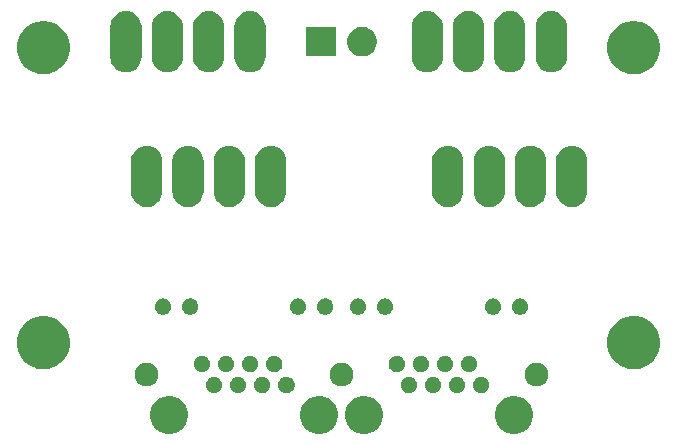
<source format=gbs>
G04 #@! TF.GenerationSoftware,KiCad,Pcbnew,(5.1.5)-3*
G04 #@! TF.CreationDate,2020-01-24T16:47:09+01:00*
G04 #@! TF.ProjectId,STMBLBreakout,53544d42-4c42-4726-9561-6b6f75742e6b,rev?*
G04 #@! TF.SameCoordinates,PX2faf080PY8f0d180*
G04 #@! TF.FileFunction,Soldermask,Bot*
G04 #@! TF.FilePolarity,Negative*
%FSLAX46Y46*%
G04 Gerber Fmt 4.6, Leading zero omitted, Abs format (unit mm)*
G04 Created by KiCad (PCBNEW (5.1.5)-3) date 2020-01-24 16:47:09*
%MOMM*%
%LPD*%
G04 APERTURE LIST*
%ADD10C,0.100000*%
G04 APERTURE END LIST*
D10*
G36*
X45046217Y5493335D02*
G01*
X45316995Y5439475D01*
X45608358Y5318788D01*
X45870578Y5143578D01*
X46093578Y4920578D01*
X46268788Y4658358D01*
X46389475Y4366995D01*
X46451000Y4057685D01*
X46451000Y3742315D01*
X46389475Y3433005D01*
X46268788Y3141642D01*
X46093578Y2879422D01*
X45870578Y2656422D01*
X45608358Y2481212D01*
X45316995Y2360525D01*
X45046217Y2306665D01*
X45007686Y2299000D01*
X44692314Y2299000D01*
X44653783Y2306665D01*
X44383005Y2360525D01*
X44091642Y2481212D01*
X43829422Y2656422D01*
X43606422Y2879422D01*
X43431212Y3141642D01*
X43310525Y3433005D01*
X43249000Y3742315D01*
X43249000Y4057685D01*
X43310525Y4366995D01*
X43431212Y4658358D01*
X43606422Y4920578D01*
X43829422Y5143578D01*
X44091642Y5318788D01*
X44383005Y5439475D01*
X44653783Y5493335D01*
X44692314Y5501000D01*
X45007686Y5501000D01*
X45046217Y5493335D01*
G37*
G36*
X15846217Y5493335D02*
G01*
X16116995Y5439475D01*
X16408358Y5318788D01*
X16670578Y5143578D01*
X16893578Y4920578D01*
X17068788Y4658358D01*
X17189475Y4366995D01*
X17251000Y4057685D01*
X17251000Y3742315D01*
X17189475Y3433005D01*
X17068788Y3141642D01*
X16893578Y2879422D01*
X16670578Y2656422D01*
X16408358Y2481212D01*
X16116995Y2360525D01*
X15846217Y2306665D01*
X15807686Y2299000D01*
X15492314Y2299000D01*
X15453783Y2306665D01*
X15183005Y2360525D01*
X14891642Y2481212D01*
X14629422Y2656422D01*
X14406422Y2879422D01*
X14231212Y3141642D01*
X14110525Y3433005D01*
X14049000Y3742315D01*
X14049000Y4057685D01*
X14110525Y4366995D01*
X14231212Y4658358D01*
X14406422Y4920578D01*
X14629422Y5143578D01*
X14891642Y5318788D01*
X15183005Y5439475D01*
X15453783Y5493335D01*
X15492314Y5501000D01*
X15807686Y5501000D01*
X15846217Y5493335D01*
G37*
G36*
X28546217Y5493335D02*
G01*
X28816995Y5439475D01*
X29108358Y5318788D01*
X29370578Y5143578D01*
X29593578Y4920578D01*
X29768788Y4658358D01*
X29889475Y4366995D01*
X29951000Y4057685D01*
X29951000Y3742315D01*
X29889475Y3433005D01*
X29768788Y3141642D01*
X29593578Y2879422D01*
X29370578Y2656422D01*
X29108358Y2481212D01*
X28816995Y2360525D01*
X28546217Y2306665D01*
X28507686Y2299000D01*
X28192314Y2299000D01*
X28153783Y2306665D01*
X27883005Y2360525D01*
X27591642Y2481212D01*
X27329422Y2656422D01*
X27106422Y2879422D01*
X26931212Y3141642D01*
X26810525Y3433005D01*
X26749000Y3742315D01*
X26749000Y4057685D01*
X26810525Y4366995D01*
X26931212Y4658358D01*
X27106422Y4920578D01*
X27329422Y5143578D01*
X27591642Y5318788D01*
X27883005Y5439475D01*
X28153783Y5493335D01*
X28192314Y5501000D01*
X28507686Y5501000D01*
X28546217Y5493335D01*
G37*
G36*
X32346217Y5493335D02*
G01*
X32616995Y5439475D01*
X32908358Y5318788D01*
X33170578Y5143578D01*
X33393578Y4920578D01*
X33568788Y4658358D01*
X33689475Y4366995D01*
X33751000Y4057685D01*
X33751000Y3742315D01*
X33689475Y3433005D01*
X33568788Y3141642D01*
X33393578Y2879422D01*
X33170578Y2656422D01*
X32908358Y2481212D01*
X32616995Y2360525D01*
X32346217Y2306665D01*
X32307686Y2299000D01*
X31992314Y2299000D01*
X31953783Y2306665D01*
X31683005Y2360525D01*
X31391642Y2481212D01*
X31129422Y2656422D01*
X30906422Y2879422D01*
X30731212Y3141642D01*
X30610525Y3433005D01*
X30549000Y3742315D01*
X30549000Y4057685D01*
X30610525Y4366995D01*
X30731212Y4658358D01*
X30906422Y4920578D01*
X31129422Y5143578D01*
X31391642Y5318788D01*
X31683005Y5439475D01*
X31953783Y5493335D01*
X31992314Y5501000D01*
X32307686Y5501000D01*
X32346217Y5493335D01*
G37*
G36*
X36154473Y7114062D02*
G01*
X36282049Y7061218D01*
X36396859Y6984505D01*
X36494505Y6886859D01*
X36571218Y6772049D01*
X36624062Y6644473D01*
X36651000Y6509044D01*
X36651000Y6370956D01*
X36624062Y6235527D01*
X36571218Y6107951D01*
X36494505Y5993141D01*
X36396859Y5895495D01*
X36282049Y5818782D01*
X36154473Y5765938D01*
X36019044Y5739000D01*
X35880956Y5739000D01*
X35745527Y5765938D01*
X35617951Y5818782D01*
X35503141Y5895495D01*
X35405495Y5993141D01*
X35328782Y6107951D01*
X35275938Y6235527D01*
X35249000Y6370956D01*
X35249000Y6509044D01*
X35275938Y6644473D01*
X35328782Y6772049D01*
X35405495Y6886859D01*
X35503141Y6984505D01*
X35617951Y7061218D01*
X35745527Y7114062D01*
X35880956Y7141000D01*
X36019044Y7141000D01*
X36154473Y7114062D01*
G37*
G36*
X42274473Y7114062D02*
G01*
X42402049Y7061218D01*
X42516859Y6984505D01*
X42614505Y6886859D01*
X42691218Y6772049D01*
X42744062Y6644473D01*
X42771000Y6509044D01*
X42771000Y6370956D01*
X42744062Y6235527D01*
X42691218Y6107951D01*
X42614505Y5993141D01*
X42516859Y5895495D01*
X42402049Y5818782D01*
X42274473Y5765938D01*
X42139044Y5739000D01*
X42000956Y5739000D01*
X41865527Y5765938D01*
X41737951Y5818782D01*
X41623141Y5895495D01*
X41525495Y5993141D01*
X41448782Y6107951D01*
X41395938Y6235527D01*
X41369000Y6370956D01*
X41369000Y6509044D01*
X41395938Y6644473D01*
X41448782Y6772049D01*
X41525495Y6886859D01*
X41623141Y6984505D01*
X41737951Y7061218D01*
X41865527Y7114062D01*
X42000956Y7141000D01*
X42139044Y7141000D01*
X42274473Y7114062D01*
G37*
G36*
X25774473Y7114062D02*
G01*
X25902049Y7061218D01*
X26016859Y6984505D01*
X26114505Y6886859D01*
X26191218Y6772049D01*
X26244062Y6644473D01*
X26271000Y6509044D01*
X26271000Y6370956D01*
X26244062Y6235527D01*
X26191218Y6107951D01*
X26114505Y5993141D01*
X26016859Y5895495D01*
X25902049Y5818782D01*
X25774473Y5765938D01*
X25639044Y5739000D01*
X25500956Y5739000D01*
X25365527Y5765938D01*
X25237951Y5818782D01*
X25123141Y5895495D01*
X25025495Y5993141D01*
X24948782Y6107951D01*
X24895938Y6235527D01*
X24869000Y6370956D01*
X24869000Y6509044D01*
X24895938Y6644473D01*
X24948782Y6772049D01*
X25025495Y6886859D01*
X25123141Y6984505D01*
X25237951Y7061218D01*
X25365527Y7114062D01*
X25500956Y7141000D01*
X25639044Y7141000D01*
X25774473Y7114062D01*
G37*
G36*
X23734473Y7114062D02*
G01*
X23862049Y7061218D01*
X23976859Y6984505D01*
X24074505Y6886859D01*
X24151218Y6772049D01*
X24204062Y6644473D01*
X24231000Y6509044D01*
X24231000Y6370956D01*
X24204062Y6235527D01*
X24151218Y6107951D01*
X24074505Y5993141D01*
X23976859Y5895495D01*
X23862049Y5818782D01*
X23734473Y5765938D01*
X23599044Y5739000D01*
X23460956Y5739000D01*
X23325527Y5765938D01*
X23197951Y5818782D01*
X23083141Y5895495D01*
X22985495Y5993141D01*
X22908782Y6107951D01*
X22855938Y6235527D01*
X22829000Y6370956D01*
X22829000Y6509044D01*
X22855938Y6644473D01*
X22908782Y6772049D01*
X22985495Y6886859D01*
X23083141Y6984505D01*
X23197951Y7061218D01*
X23325527Y7114062D01*
X23460956Y7141000D01*
X23599044Y7141000D01*
X23734473Y7114062D01*
G37*
G36*
X21694473Y7114062D02*
G01*
X21822049Y7061218D01*
X21936859Y6984505D01*
X22034505Y6886859D01*
X22111218Y6772049D01*
X22164062Y6644473D01*
X22191000Y6509044D01*
X22191000Y6370956D01*
X22164062Y6235527D01*
X22111218Y6107951D01*
X22034505Y5993141D01*
X21936859Y5895495D01*
X21822049Y5818782D01*
X21694473Y5765938D01*
X21559044Y5739000D01*
X21420956Y5739000D01*
X21285527Y5765938D01*
X21157951Y5818782D01*
X21043141Y5895495D01*
X20945495Y5993141D01*
X20868782Y6107951D01*
X20815938Y6235527D01*
X20789000Y6370956D01*
X20789000Y6509044D01*
X20815938Y6644473D01*
X20868782Y6772049D01*
X20945495Y6886859D01*
X21043141Y6984505D01*
X21157951Y7061218D01*
X21285527Y7114062D01*
X21420956Y7141000D01*
X21559044Y7141000D01*
X21694473Y7114062D01*
G37*
G36*
X38194473Y7114062D02*
G01*
X38322049Y7061218D01*
X38436859Y6984505D01*
X38534505Y6886859D01*
X38611218Y6772049D01*
X38664062Y6644473D01*
X38691000Y6509044D01*
X38691000Y6370956D01*
X38664062Y6235527D01*
X38611218Y6107951D01*
X38534505Y5993141D01*
X38436859Y5895495D01*
X38322049Y5818782D01*
X38194473Y5765938D01*
X38059044Y5739000D01*
X37920956Y5739000D01*
X37785527Y5765938D01*
X37657951Y5818782D01*
X37543141Y5895495D01*
X37445495Y5993141D01*
X37368782Y6107951D01*
X37315938Y6235527D01*
X37289000Y6370956D01*
X37289000Y6509044D01*
X37315938Y6644473D01*
X37368782Y6772049D01*
X37445495Y6886859D01*
X37543141Y6984505D01*
X37657951Y7061218D01*
X37785527Y7114062D01*
X37920956Y7141000D01*
X38059044Y7141000D01*
X38194473Y7114062D01*
G37*
G36*
X19654473Y7114062D02*
G01*
X19782049Y7061218D01*
X19896859Y6984505D01*
X19994505Y6886859D01*
X20071218Y6772049D01*
X20124062Y6644473D01*
X20151000Y6509044D01*
X20151000Y6370956D01*
X20124062Y6235527D01*
X20071218Y6107951D01*
X19994505Y5993141D01*
X19896859Y5895495D01*
X19782049Y5818782D01*
X19654473Y5765938D01*
X19519044Y5739000D01*
X19380956Y5739000D01*
X19245527Y5765938D01*
X19117951Y5818782D01*
X19003141Y5895495D01*
X18905495Y5993141D01*
X18828782Y6107951D01*
X18775938Y6235527D01*
X18749000Y6370956D01*
X18749000Y6509044D01*
X18775938Y6644473D01*
X18828782Y6772049D01*
X18905495Y6886859D01*
X19003141Y6984505D01*
X19117951Y7061218D01*
X19245527Y7114062D01*
X19380956Y7141000D01*
X19519044Y7141000D01*
X19654473Y7114062D01*
G37*
G36*
X40234473Y7114062D02*
G01*
X40362049Y7061218D01*
X40476859Y6984505D01*
X40574505Y6886859D01*
X40651218Y6772049D01*
X40704062Y6644473D01*
X40731000Y6509044D01*
X40731000Y6370956D01*
X40704062Y6235527D01*
X40651218Y6107951D01*
X40574505Y5993141D01*
X40476859Y5895495D01*
X40362049Y5818782D01*
X40234473Y5765938D01*
X40099044Y5739000D01*
X39960956Y5739000D01*
X39825527Y5765938D01*
X39697951Y5818782D01*
X39583141Y5895495D01*
X39485495Y5993141D01*
X39408782Y6107951D01*
X39355938Y6235527D01*
X39329000Y6370956D01*
X39329000Y6509044D01*
X39355938Y6644473D01*
X39408782Y6772049D01*
X39485495Y6886859D01*
X39583141Y6984505D01*
X39697951Y7061218D01*
X39825527Y7114062D01*
X39960956Y7141000D01*
X40099044Y7141000D01*
X40234473Y7114062D01*
G37*
G36*
X30445285Y8311766D02*
G01*
X30541981Y8292532D01*
X30724151Y8217074D01*
X30888100Y8107527D01*
X31027527Y7968100D01*
X31137074Y7804151D01*
X31212532Y7621981D01*
X31251000Y7428590D01*
X31251000Y7231410D01*
X31212532Y7038019D01*
X31137074Y6855849D01*
X31027527Y6691900D01*
X30888100Y6552473D01*
X30724151Y6442926D01*
X30541981Y6367468D01*
X30445285Y6348234D01*
X30348591Y6329000D01*
X30151409Y6329000D01*
X30054715Y6348234D01*
X29958019Y6367468D01*
X29775849Y6442926D01*
X29611900Y6552473D01*
X29472473Y6691900D01*
X29362926Y6855849D01*
X29287468Y7038019D01*
X29249000Y7231410D01*
X29249000Y7428590D01*
X29287468Y7621981D01*
X29362926Y7804151D01*
X29472473Y7968100D01*
X29611900Y8107527D01*
X29775849Y8217074D01*
X29958019Y8292532D01*
X30054715Y8311766D01*
X30151409Y8331000D01*
X30348591Y8331000D01*
X30445285Y8311766D01*
G37*
G36*
X13945285Y8311766D02*
G01*
X14041981Y8292532D01*
X14224151Y8217074D01*
X14388100Y8107527D01*
X14527527Y7968100D01*
X14637074Y7804151D01*
X14712532Y7621981D01*
X14751000Y7428590D01*
X14751000Y7231410D01*
X14712532Y7038019D01*
X14637074Y6855849D01*
X14527527Y6691900D01*
X14388100Y6552473D01*
X14224151Y6442926D01*
X14041981Y6367468D01*
X13945285Y6348234D01*
X13848591Y6329000D01*
X13651409Y6329000D01*
X13554715Y6348234D01*
X13458019Y6367468D01*
X13275849Y6442926D01*
X13111900Y6552473D01*
X12972473Y6691900D01*
X12862926Y6855849D01*
X12787468Y7038019D01*
X12749000Y7231410D01*
X12749000Y7428590D01*
X12787468Y7621981D01*
X12862926Y7804151D01*
X12972473Y7968100D01*
X13111900Y8107527D01*
X13275849Y8217074D01*
X13458019Y8292532D01*
X13554715Y8311766D01*
X13651409Y8331000D01*
X13848591Y8331000D01*
X13945285Y8311766D01*
G37*
G36*
X46945285Y8311766D02*
G01*
X47041981Y8292532D01*
X47224151Y8217074D01*
X47388100Y8107527D01*
X47527527Y7968100D01*
X47637074Y7804151D01*
X47712532Y7621981D01*
X47751000Y7428590D01*
X47751000Y7231410D01*
X47712532Y7038019D01*
X47637074Y6855849D01*
X47527527Y6691900D01*
X47388100Y6552473D01*
X47224151Y6442926D01*
X47041981Y6367468D01*
X46945285Y6348234D01*
X46848591Y6329000D01*
X46651409Y6329000D01*
X46554715Y6348234D01*
X46458019Y6367468D01*
X46275849Y6442926D01*
X46111900Y6552473D01*
X45972473Y6691900D01*
X45862926Y6855849D01*
X45787468Y7038019D01*
X45749000Y7231410D01*
X45749000Y7428590D01*
X45787468Y7621981D01*
X45862926Y7804151D01*
X45972473Y7968100D01*
X46111900Y8107527D01*
X46275849Y8217074D01*
X46458019Y8292532D01*
X46554715Y8311766D01*
X46651409Y8331000D01*
X46848591Y8331000D01*
X46945285Y8311766D01*
G37*
G36*
X41254473Y8894062D02*
G01*
X41382049Y8841218D01*
X41496859Y8764505D01*
X41594505Y8666859D01*
X41671218Y8552049D01*
X41724062Y8424473D01*
X41751000Y8289044D01*
X41751000Y8150956D01*
X41724062Y8015527D01*
X41671218Y7887951D01*
X41594505Y7773141D01*
X41496859Y7675495D01*
X41382049Y7598782D01*
X41254473Y7545938D01*
X41119044Y7519000D01*
X40980956Y7519000D01*
X40845527Y7545938D01*
X40717951Y7598782D01*
X40603141Y7675495D01*
X40505495Y7773141D01*
X40428782Y7887951D01*
X40375938Y8015527D01*
X40349000Y8150956D01*
X40349000Y8289044D01*
X40375938Y8424473D01*
X40428782Y8552049D01*
X40505495Y8666859D01*
X40603141Y8764505D01*
X40717951Y8841218D01*
X40845527Y8894062D01*
X40980956Y8921000D01*
X41119044Y8921000D01*
X41254473Y8894062D01*
G37*
G36*
X35134473Y8894062D02*
G01*
X35262049Y8841218D01*
X35376859Y8764505D01*
X35474505Y8666859D01*
X35551218Y8552049D01*
X35604062Y8424473D01*
X35631000Y8289044D01*
X35631000Y8150956D01*
X35604062Y8015527D01*
X35551218Y7887951D01*
X35474505Y7773141D01*
X35376859Y7675495D01*
X35262049Y7598782D01*
X35134473Y7545938D01*
X34999044Y7519000D01*
X34860956Y7519000D01*
X34725527Y7545938D01*
X34597951Y7598782D01*
X34483141Y7675495D01*
X34385495Y7773141D01*
X34308782Y7887951D01*
X34255938Y8015527D01*
X34229000Y8150956D01*
X34229000Y8289044D01*
X34255938Y8424473D01*
X34308782Y8552049D01*
X34385495Y8666859D01*
X34483141Y8764505D01*
X34597951Y8841218D01*
X34725527Y8894062D01*
X34860956Y8921000D01*
X34999044Y8921000D01*
X35134473Y8894062D01*
G37*
G36*
X37174473Y8894062D02*
G01*
X37302049Y8841218D01*
X37416859Y8764505D01*
X37514505Y8666859D01*
X37591218Y8552049D01*
X37644062Y8424473D01*
X37671000Y8289044D01*
X37671000Y8150956D01*
X37644062Y8015527D01*
X37591218Y7887951D01*
X37514505Y7773141D01*
X37416859Y7675495D01*
X37302049Y7598782D01*
X37174473Y7545938D01*
X37039044Y7519000D01*
X36900956Y7519000D01*
X36765527Y7545938D01*
X36637951Y7598782D01*
X36523141Y7675495D01*
X36425495Y7773141D01*
X36348782Y7887951D01*
X36295938Y8015527D01*
X36269000Y8150956D01*
X36269000Y8289044D01*
X36295938Y8424473D01*
X36348782Y8552049D01*
X36425495Y8666859D01*
X36523141Y8764505D01*
X36637951Y8841218D01*
X36765527Y8894062D01*
X36900956Y8921000D01*
X37039044Y8921000D01*
X37174473Y8894062D01*
G37*
G36*
X39214473Y8894062D02*
G01*
X39342049Y8841218D01*
X39456859Y8764505D01*
X39554505Y8666859D01*
X39631218Y8552049D01*
X39684062Y8424473D01*
X39711000Y8289044D01*
X39711000Y8150956D01*
X39684062Y8015527D01*
X39631218Y7887951D01*
X39554505Y7773141D01*
X39456859Y7675495D01*
X39342049Y7598782D01*
X39214473Y7545938D01*
X39079044Y7519000D01*
X38940956Y7519000D01*
X38805527Y7545938D01*
X38677951Y7598782D01*
X38563141Y7675495D01*
X38465495Y7773141D01*
X38388782Y7887951D01*
X38335938Y8015527D01*
X38309000Y8150956D01*
X38309000Y8289044D01*
X38335938Y8424473D01*
X38388782Y8552049D01*
X38465495Y8666859D01*
X38563141Y8764505D01*
X38677951Y8841218D01*
X38805527Y8894062D01*
X38940956Y8921000D01*
X39079044Y8921000D01*
X39214473Y8894062D01*
G37*
G36*
X20674473Y8894062D02*
G01*
X20802049Y8841218D01*
X20916859Y8764505D01*
X21014505Y8666859D01*
X21091218Y8552049D01*
X21144062Y8424473D01*
X21171000Y8289044D01*
X21171000Y8150956D01*
X21144062Y8015527D01*
X21091218Y7887951D01*
X21014505Y7773141D01*
X20916859Y7675495D01*
X20802049Y7598782D01*
X20674473Y7545938D01*
X20539044Y7519000D01*
X20400956Y7519000D01*
X20265527Y7545938D01*
X20137951Y7598782D01*
X20023141Y7675495D01*
X19925495Y7773141D01*
X19848782Y7887951D01*
X19795938Y8015527D01*
X19769000Y8150956D01*
X19769000Y8289044D01*
X19795938Y8424473D01*
X19848782Y8552049D01*
X19925495Y8666859D01*
X20023141Y8764505D01*
X20137951Y8841218D01*
X20265527Y8894062D01*
X20400956Y8921000D01*
X20539044Y8921000D01*
X20674473Y8894062D01*
G37*
G36*
X24754473Y8894062D02*
G01*
X24882049Y8841218D01*
X24996859Y8764505D01*
X25094505Y8666859D01*
X25171218Y8552049D01*
X25224062Y8424473D01*
X25251000Y8289044D01*
X25251000Y8150956D01*
X25224062Y8015527D01*
X25171218Y7887951D01*
X25094505Y7773141D01*
X24996859Y7675495D01*
X24882049Y7598782D01*
X24754473Y7545938D01*
X24619044Y7519000D01*
X24480956Y7519000D01*
X24345527Y7545938D01*
X24217951Y7598782D01*
X24103141Y7675495D01*
X24005495Y7773141D01*
X23928782Y7887951D01*
X23875938Y8015527D01*
X23849000Y8150956D01*
X23849000Y8289044D01*
X23875938Y8424473D01*
X23928782Y8552049D01*
X24005495Y8666859D01*
X24103141Y8764505D01*
X24217951Y8841218D01*
X24345527Y8894062D01*
X24480956Y8921000D01*
X24619044Y8921000D01*
X24754473Y8894062D01*
G37*
G36*
X22714473Y8894062D02*
G01*
X22842049Y8841218D01*
X22956859Y8764505D01*
X23054505Y8666859D01*
X23131218Y8552049D01*
X23184062Y8424473D01*
X23211000Y8289044D01*
X23211000Y8150956D01*
X23184062Y8015527D01*
X23131218Y7887951D01*
X23054505Y7773141D01*
X22956859Y7675495D01*
X22842049Y7598782D01*
X22714473Y7545938D01*
X22579044Y7519000D01*
X22440956Y7519000D01*
X22305527Y7545938D01*
X22177951Y7598782D01*
X22063141Y7675495D01*
X21965495Y7773141D01*
X21888782Y7887951D01*
X21835938Y8015527D01*
X21809000Y8150956D01*
X21809000Y8289044D01*
X21835938Y8424473D01*
X21888782Y8552049D01*
X21965495Y8666859D01*
X22063141Y8764505D01*
X22177951Y8841218D01*
X22305527Y8894062D01*
X22440956Y8921000D01*
X22579044Y8921000D01*
X22714473Y8894062D01*
G37*
G36*
X18634473Y8894062D02*
G01*
X18762049Y8841218D01*
X18876859Y8764505D01*
X18974505Y8666859D01*
X19051218Y8552049D01*
X19104062Y8424473D01*
X19131000Y8289044D01*
X19131000Y8150956D01*
X19104062Y8015527D01*
X19051218Y7887951D01*
X18974505Y7773141D01*
X18876859Y7675495D01*
X18762049Y7598782D01*
X18634473Y7545938D01*
X18499044Y7519000D01*
X18360956Y7519000D01*
X18225527Y7545938D01*
X18097951Y7598782D01*
X17983141Y7675495D01*
X17885495Y7773141D01*
X17808782Y7887951D01*
X17755938Y8015527D01*
X17729000Y8150956D01*
X17729000Y8289044D01*
X17755938Y8424473D01*
X17808782Y8552049D01*
X17885495Y8666859D01*
X17983141Y8764505D01*
X18097951Y8841218D01*
X18225527Y8894062D01*
X18360956Y8921000D01*
X18499044Y8921000D01*
X18634473Y8894062D01*
G37*
G36*
X5656301Y12163534D02*
G01*
X6065775Y11993924D01*
X6434292Y11747689D01*
X6747689Y11434292D01*
X6993924Y11065775D01*
X7163534Y10656301D01*
X7250000Y10221606D01*
X7250000Y9778394D01*
X7163534Y9343699D01*
X6993924Y8934225D01*
X6747689Y8565708D01*
X6434292Y8252311D01*
X6065775Y8006076D01*
X5656301Y7836466D01*
X5493842Y7804151D01*
X5221607Y7750000D01*
X4778393Y7750000D01*
X4506158Y7804151D01*
X4343699Y7836466D01*
X3934225Y8006076D01*
X3565708Y8252311D01*
X3252311Y8565708D01*
X3006076Y8934225D01*
X2836466Y9343699D01*
X2750000Y9778394D01*
X2750000Y10221606D01*
X2836466Y10656301D01*
X3006076Y11065775D01*
X3252311Y11434292D01*
X3565708Y11747689D01*
X3934225Y11993924D01*
X4343699Y12163534D01*
X4778393Y12250000D01*
X5221607Y12250000D01*
X5656301Y12163534D01*
G37*
G36*
X55656301Y12163534D02*
G01*
X56065775Y11993924D01*
X56434292Y11747689D01*
X56747689Y11434292D01*
X56993924Y11065775D01*
X57163534Y10656301D01*
X57250000Y10221606D01*
X57250000Y9778394D01*
X57163534Y9343699D01*
X56993924Y8934225D01*
X56747689Y8565708D01*
X56434292Y8252311D01*
X56065775Y8006076D01*
X55656301Y7836466D01*
X55493842Y7804151D01*
X55221607Y7750000D01*
X54778393Y7750000D01*
X54506158Y7804151D01*
X54343699Y7836466D01*
X53934225Y8006076D01*
X53565708Y8252311D01*
X53252311Y8565708D01*
X53006076Y8934225D01*
X52836466Y9343699D01*
X52750000Y9778394D01*
X52750000Y10221606D01*
X52836466Y10656301D01*
X53006076Y11065775D01*
X53252311Y11434292D01*
X53565708Y11747689D01*
X53934225Y11993924D01*
X54343699Y12163534D01*
X54778393Y12250000D01*
X55221607Y12250000D01*
X55656301Y12163534D01*
G37*
G36*
X45564473Y13754062D02*
G01*
X45692049Y13701218D01*
X45806859Y13624505D01*
X45904505Y13526859D01*
X45981218Y13412049D01*
X46034062Y13284473D01*
X46061000Y13149044D01*
X46061000Y13010956D01*
X46034062Y12875527D01*
X45981218Y12747951D01*
X45904505Y12633141D01*
X45806859Y12535495D01*
X45692049Y12458782D01*
X45564473Y12405938D01*
X45429044Y12379000D01*
X45290956Y12379000D01*
X45155527Y12405938D01*
X45027951Y12458782D01*
X44913141Y12535495D01*
X44815495Y12633141D01*
X44738782Y12747951D01*
X44685938Y12875527D01*
X44659000Y13010956D01*
X44659000Y13149044D01*
X44685938Y13284473D01*
X44738782Y13412049D01*
X44815495Y13526859D01*
X44913141Y13624505D01*
X45027951Y13701218D01*
X45155527Y13754062D01*
X45290956Y13781000D01*
X45429044Y13781000D01*
X45564473Y13754062D01*
G37*
G36*
X29064473Y13754062D02*
G01*
X29192049Y13701218D01*
X29306859Y13624505D01*
X29404505Y13526859D01*
X29481218Y13412049D01*
X29534062Y13284473D01*
X29561000Y13149044D01*
X29561000Y13010956D01*
X29534062Y12875527D01*
X29481218Y12747951D01*
X29404505Y12633141D01*
X29306859Y12535495D01*
X29192049Y12458782D01*
X29064473Y12405938D01*
X28929044Y12379000D01*
X28790956Y12379000D01*
X28655527Y12405938D01*
X28527951Y12458782D01*
X28413141Y12535495D01*
X28315495Y12633141D01*
X28238782Y12747951D01*
X28185938Y12875527D01*
X28159000Y13010956D01*
X28159000Y13149044D01*
X28185938Y13284473D01*
X28238782Y13412049D01*
X28315495Y13526859D01*
X28413141Y13624505D01*
X28527951Y13701218D01*
X28655527Y13754062D01*
X28790956Y13781000D01*
X28929044Y13781000D01*
X29064473Y13754062D01*
G37*
G36*
X26774473Y13754062D02*
G01*
X26902049Y13701218D01*
X27016859Y13624505D01*
X27114505Y13526859D01*
X27191218Y13412049D01*
X27244062Y13284473D01*
X27271000Y13149044D01*
X27271000Y13010956D01*
X27244062Y12875527D01*
X27191218Y12747951D01*
X27114505Y12633141D01*
X27016859Y12535495D01*
X26902049Y12458782D01*
X26774473Y12405938D01*
X26639044Y12379000D01*
X26500956Y12379000D01*
X26365527Y12405938D01*
X26237951Y12458782D01*
X26123141Y12535495D01*
X26025495Y12633141D01*
X25948782Y12747951D01*
X25895938Y12875527D01*
X25869000Y13010956D01*
X25869000Y13149044D01*
X25895938Y13284473D01*
X25948782Y13412049D01*
X26025495Y13526859D01*
X26123141Y13624505D01*
X26237951Y13701218D01*
X26365527Y13754062D01*
X26500956Y13781000D01*
X26639044Y13781000D01*
X26774473Y13754062D01*
G37*
G36*
X17634473Y13754062D02*
G01*
X17762049Y13701218D01*
X17876859Y13624505D01*
X17974505Y13526859D01*
X18051218Y13412049D01*
X18104062Y13284473D01*
X18131000Y13149044D01*
X18131000Y13010956D01*
X18104062Y12875527D01*
X18051218Y12747951D01*
X17974505Y12633141D01*
X17876859Y12535495D01*
X17762049Y12458782D01*
X17634473Y12405938D01*
X17499044Y12379000D01*
X17360956Y12379000D01*
X17225527Y12405938D01*
X17097951Y12458782D01*
X16983141Y12535495D01*
X16885495Y12633141D01*
X16808782Y12747951D01*
X16755938Y12875527D01*
X16729000Y13010956D01*
X16729000Y13149044D01*
X16755938Y13284473D01*
X16808782Y13412049D01*
X16885495Y13526859D01*
X16983141Y13624505D01*
X17097951Y13701218D01*
X17225527Y13754062D01*
X17360956Y13781000D01*
X17499044Y13781000D01*
X17634473Y13754062D01*
G37*
G36*
X43274473Y13754062D02*
G01*
X43402049Y13701218D01*
X43516859Y13624505D01*
X43614505Y13526859D01*
X43691218Y13412049D01*
X43744062Y13284473D01*
X43771000Y13149044D01*
X43771000Y13010956D01*
X43744062Y12875527D01*
X43691218Y12747951D01*
X43614505Y12633141D01*
X43516859Y12535495D01*
X43402049Y12458782D01*
X43274473Y12405938D01*
X43139044Y12379000D01*
X43000956Y12379000D01*
X42865527Y12405938D01*
X42737951Y12458782D01*
X42623141Y12535495D01*
X42525495Y12633141D01*
X42448782Y12747951D01*
X42395938Y12875527D01*
X42369000Y13010956D01*
X42369000Y13149044D01*
X42395938Y13284473D01*
X42448782Y13412049D01*
X42525495Y13526859D01*
X42623141Y13624505D01*
X42737951Y13701218D01*
X42865527Y13754062D01*
X43000956Y13781000D01*
X43139044Y13781000D01*
X43274473Y13754062D01*
G37*
G36*
X34134473Y13754062D02*
G01*
X34262049Y13701218D01*
X34376859Y13624505D01*
X34474505Y13526859D01*
X34551218Y13412049D01*
X34604062Y13284473D01*
X34631000Y13149044D01*
X34631000Y13010956D01*
X34604062Y12875527D01*
X34551218Y12747951D01*
X34474505Y12633141D01*
X34376859Y12535495D01*
X34262049Y12458782D01*
X34134473Y12405938D01*
X33999044Y12379000D01*
X33860956Y12379000D01*
X33725527Y12405938D01*
X33597951Y12458782D01*
X33483141Y12535495D01*
X33385495Y12633141D01*
X33308782Y12747951D01*
X33255938Y12875527D01*
X33229000Y13010956D01*
X33229000Y13149044D01*
X33255938Y13284473D01*
X33308782Y13412049D01*
X33385495Y13526859D01*
X33483141Y13624505D01*
X33597951Y13701218D01*
X33725527Y13754062D01*
X33860956Y13781000D01*
X33999044Y13781000D01*
X34134473Y13754062D01*
G37*
G36*
X31844473Y13754062D02*
G01*
X31972049Y13701218D01*
X32086859Y13624505D01*
X32184505Y13526859D01*
X32261218Y13412049D01*
X32314062Y13284473D01*
X32341000Y13149044D01*
X32341000Y13010956D01*
X32314062Y12875527D01*
X32261218Y12747951D01*
X32184505Y12633141D01*
X32086859Y12535495D01*
X31972049Y12458782D01*
X31844473Y12405938D01*
X31709044Y12379000D01*
X31570956Y12379000D01*
X31435527Y12405938D01*
X31307951Y12458782D01*
X31193141Y12535495D01*
X31095495Y12633141D01*
X31018782Y12747951D01*
X30965938Y12875527D01*
X30939000Y13010956D01*
X30939000Y13149044D01*
X30965938Y13284473D01*
X31018782Y13412049D01*
X31095495Y13526859D01*
X31193141Y13624505D01*
X31307951Y13701218D01*
X31435527Y13754062D01*
X31570956Y13781000D01*
X31709044Y13781000D01*
X31844473Y13754062D01*
G37*
G36*
X15344473Y13754062D02*
G01*
X15472049Y13701218D01*
X15586859Y13624505D01*
X15684505Y13526859D01*
X15761218Y13412049D01*
X15814062Y13284473D01*
X15841000Y13149044D01*
X15841000Y13010956D01*
X15814062Y12875527D01*
X15761218Y12747951D01*
X15684505Y12633141D01*
X15586859Y12535495D01*
X15472049Y12458782D01*
X15344473Y12405938D01*
X15209044Y12379000D01*
X15070956Y12379000D01*
X14935527Y12405938D01*
X14807951Y12458782D01*
X14693141Y12535495D01*
X14595495Y12633141D01*
X14518782Y12747951D01*
X14465938Y12875527D01*
X14439000Y13010956D01*
X14439000Y13149044D01*
X14465938Y13284473D01*
X14518782Y13412049D01*
X14595495Y13526859D01*
X14693141Y13624505D01*
X14807951Y13701218D01*
X14935527Y13754062D01*
X15070956Y13781000D01*
X15209044Y13781000D01*
X15344473Y13754062D01*
G37*
G36*
X14008961Y26671886D02*
G01*
X14257971Y26596349D01*
X14257973Y26596348D01*
X14487458Y26473686D01*
X14688608Y26308608D01*
X14853685Y26107459D01*
X14976349Y25877971D01*
X15051886Y25628961D01*
X15071000Y25434890D01*
X15071000Y22765110D01*
X15051886Y22571039D01*
X14976349Y22322030D01*
X14976348Y22322027D01*
X14853686Y22092541D01*
X14688607Y21891393D01*
X14487457Y21726314D01*
X14257972Y21603652D01*
X14257970Y21603651D01*
X14008960Y21528114D01*
X13750000Y21502609D01*
X13491039Y21528114D01*
X13242029Y21603651D01*
X13242027Y21603652D01*
X13012541Y21726314D01*
X12811393Y21891393D01*
X12646314Y22092543D01*
X12523652Y22322028D01*
X12523651Y22322030D01*
X12448114Y22571040D01*
X12429000Y22765111D01*
X12429001Y25434890D01*
X12448115Y25628961D01*
X12523652Y25877971D01*
X12646316Y26107459D01*
X12811393Y26308608D01*
X13012543Y26473686D01*
X13242028Y26596348D01*
X13242030Y26596349D01*
X13491040Y26671886D01*
X13750000Y26697391D01*
X14008961Y26671886D01*
G37*
G36*
X50008961Y26671886D02*
G01*
X50257971Y26596349D01*
X50257973Y26596348D01*
X50487458Y26473686D01*
X50688608Y26308608D01*
X50853685Y26107459D01*
X50976349Y25877971D01*
X51051886Y25628961D01*
X51071000Y25434890D01*
X51071000Y22765110D01*
X51051886Y22571039D01*
X50976349Y22322030D01*
X50976348Y22322027D01*
X50853686Y22092541D01*
X50688607Y21891393D01*
X50487457Y21726314D01*
X50257972Y21603652D01*
X50257970Y21603651D01*
X50008960Y21528114D01*
X49750000Y21502609D01*
X49491039Y21528114D01*
X49242029Y21603651D01*
X49242027Y21603652D01*
X49012541Y21726314D01*
X48811393Y21891393D01*
X48646314Y22092543D01*
X48523652Y22322028D01*
X48523651Y22322030D01*
X48448114Y22571040D01*
X48429000Y22765111D01*
X48429001Y25434890D01*
X48448115Y25628961D01*
X48523652Y25877971D01*
X48646316Y26107459D01*
X48811393Y26308608D01*
X49012543Y26473686D01*
X49242028Y26596348D01*
X49242030Y26596349D01*
X49491040Y26671886D01*
X49750000Y26697391D01*
X50008961Y26671886D01*
G37*
G36*
X17508961Y26671886D02*
G01*
X17757971Y26596349D01*
X17757973Y26596348D01*
X17987458Y26473686D01*
X18188608Y26308608D01*
X18353685Y26107459D01*
X18476349Y25877971D01*
X18551886Y25628961D01*
X18571000Y25434890D01*
X18571000Y22765110D01*
X18551886Y22571039D01*
X18476349Y22322030D01*
X18476348Y22322027D01*
X18353686Y22092541D01*
X18188607Y21891393D01*
X17987457Y21726314D01*
X17757972Y21603652D01*
X17757970Y21603651D01*
X17508960Y21528114D01*
X17250000Y21502609D01*
X16991039Y21528114D01*
X16742029Y21603651D01*
X16742027Y21603652D01*
X16512541Y21726314D01*
X16311393Y21891393D01*
X16146314Y22092543D01*
X16023652Y22322028D01*
X16023651Y22322030D01*
X15948114Y22571040D01*
X15929000Y22765111D01*
X15929001Y25434890D01*
X15948115Y25628961D01*
X16023652Y25877971D01*
X16146316Y26107459D01*
X16311393Y26308608D01*
X16512543Y26473686D01*
X16742028Y26596348D01*
X16742030Y26596349D01*
X16991040Y26671886D01*
X17250000Y26697391D01*
X17508961Y26671886D01*
G37*
G36*
X21008961Y26671886D02*
G01*
X21257971Y26596349D01*
X21257973Y26596348D01*
X21487458Y26473686D01*
X21688608Y26308608D01*
X21853685Y26107459D01*
X21976349Y25877971D01*
X22051886Y25628961D01*
X22071000Y25434890D01*
X22071000Y22765110D01*
X22051886Y22571039D01*
X21976349Y22322030D01*
X21976348Y22322027D01*
X21853686Y22092541D01*
X21688607Y21891393D01*
X21487457Y21726314D01*
X21257972Y21603652D01*
X21257970Y21603651D01*
X21008960Y21528114D01*
X20750000Y21502609D01*
X20491039Y21528114D01*
X20242029Y21603651D01*
X20242027Y21603652D01*
X20012541Y21726314D01*
X19811393Y21891393D01*
X19646314Y22092543D01*
X19523652Y22322028D01*
X19523651Y22322030D01*
X19448114Y22571040D01*
X19429000Y22765111D01*
X19429001Y25434890D01*
X19448115Y25628961D01*
X19523652Y25877971D01*
X19646316Y26107459D01*
X19811393Y26308608D01*
X20012543Y26473686D01*
X20242028Y26596348D01*
X20242030Y26596349D01*
X20491040Y26671886D01*
X20750000Y26697391D01*
X21008961Y26671886D01*
G37*
G36*
X24508961Y26671886D02*
G01*
X24757971Y26596349D01*
X24757973Y26596348D01*
X24987458Y26473686D01*
X25188608Y26308608D01*
X25353685Y26107459D01*
X25476349Y25877971D01*
X25551886Y25628961D01*
X25571000Y25434890D01*
X25571000Y22765110D01*
X25551886Y22571039D01*
X25476349Y22322030D01*
X25476348Y22322027D01*
X25353686Y22092541D01*
X25188607Y21891393D01*
X24987457Y21726314D01*
X24757972Y21603652D01*
X24757970Y21603651D01*
X24508960Y21528114D01*
X24250000Y21502609D01*
X23991039Y21528114D01*
X23742029Y21603651D01*
X23742027Y21603652D01*
X23512541Y21726314D01*
X23311393Y21891393D01*
X23146314Y22092543D01*
X23023652Y22322028D01*
X23023651Y22322030D01*
X22948114Y22571040D01*
X22929000Y22765111D01*
X22929001Y25434890D01*
X22948115Y25628961D01*
X23023652Y25877971D01*
X23146316Y26107459D01*
X23311393Y26308608D01*
X23512543Y26473686D01*
X23742028Y26596348D01*
X23742030Y26596349D01*
X23991040Y26671886D01*
X24250000Y26697391D01*
X24508961Y26671886D01*
G37*
G36*
X46508961Y26671886D02*
G01*
X46757971Y26596349D01*
X46757973Y26596348D01*
X46987458Y26473686D01*
X47188608Y26308608D01*
X47353685Y26107459D01*
X47476349Y25877971D01*
X47551886Y25628961D01*
X47571000Y25434890D01*
X47571000Y22765110D01*
X47551886Y22571039D01*
X47476349Y22322030D01*
X47476348Y22322027D01*
X47353686Y22092541D01*
X47188607Y21891393D01*
X46987457Y21726314D01*
X46757972Y21603652D01*
X46757970Y21603651D01*
X46508960Y21528114D01*
X46250000Y21502609D01*
X45991039Y21528114D01*
X45742029Y21603651D01*
X45742027Y21603652D01*
X45512541Y21726314D01*
X45311393Y21891393D01*
X45146314Y22092543D01*
X45023652Y22322028D01*
X45023651Y22322030D01*
X44948114Y22571040D01*
X44929000Y22765111D01*
X44929001Y25434890D01*
X44948115Y25628961D01*
X45023652Y25877971D01*
X45146316Y26107459D01*
X45311393Y26308608D01*
X45512543Y26473686D01*
X45742028Y26596348D01*
X45742030Y26596349D01*
X45991040Y26671886D01*
X46250000Y26697391D01*
X46508961Y26671886D01*
G37*
G36*
X43008961Y26671886D02*
G01*
X43257971Y26596349D01*
X43257973Y26596348D01*
X43487458Y26473686D01*
X43688608Y26308608D01*
X43853685Y26107459D01*
X43976349Y25877971D01*
X44051886Y25628961D01*
X44071000Y25434890D01*
X44071000Y22765110D01*
X44051886Y22571039D01*
X43976349Y22322030D01*
X43976348Y22322027D01*
X43853686Y22092541D01*
X43688607Y21891393D01*
X43487457Y21726314D01*
X43257972Y21603652D01*
X43257970Y21603651D01*
X43008960Y21528114D01*
X42750000Y21502609D01*
X42491039Y21528114D01*
X42242029Y21603651D01*
X42242027Y21603652D01*
X42012541Y21726314D01*
X41811393Y21891393D01*
X41646314Y22092543D01*
X41523652Y22322028D01*
X41523651Y22322030D01*
X41448114Y22571040D01*
X41429000Y22765111D01*
X41429001Y25434890D01*
X41448115Y25628961D01*
X41523652Y25877971D01*
X41646316Y26107459D01*
X41811393Y26308608D01*
X42012543Y26473686D01*
X42242028Y26596348D01*
X42242030Y26596349D01*
X42491040Y26671886D01*
X42750000Y26697391D01*
X43008961Y26671886D01*
G37*
G36*
X39508961Y26671886D02*
G01*
X39757971Y26596349D01*
X39757973Y26596348D01*
X39987458Y26473686D01*
X40188608Y26308608D01*
X40353685Y26107459D01*
X40476349Y25877971D01*
X40551886Y25628961D01*
X40571000Y25434890D01*
X40571000Y22765110D01*
X40551886Y22571039D01*
X40476349Y22322030D01*
X40476348Y22322027D01*
X40353686Y22092541D01*
X40188607Y21891393D01*
X39987457Y21726314D01*
X39757972Y21603652D01*
X39757970Y21603651D01*
X39508960Y21528114D01*
X39250000Y21502609D01*
X38991039Y21528114D01*
X38742029Y21603651D01*
X38742027Y21603652D01*
X38512541Y21726314D01*
X38311393Y21891393D01*
X38146314Y22092543D01*
X38023652Y22322028D01*
X38023651Y22322030D01*
X37948114Y22571040D01*
X37929000Y22765111D01*
X37929001Y25434890D01*
X37948115Y25628961D01*
X38023652Y25877971D01*
X38146316Y26107459D01*
X38311393Y26308608D01*
X38512543Y26473686D01*
X38742028Y26596348D01*
X38742030Y26596349D01*
X38991040Y26671886D01*
X39250000Y26697391D01*
X39508961Y26671886D01*
G37*
G36*
X5438953Y37206767D02*
G01*
X5656301Y37163534D01*
X6065775Y36993924D01*
X6434292Y36747689D01*
X6747689Y36434292D01*
X6993924Y36065775D01*
X7163534Y35656301D01*
X7250000Y35221606D01*
X7250000Y34778394D01*
X7163534Y34343699D01*
X6993924Y33934225D01*
X6747689Y33565708D01*
X6434292Y33252311D01*
X6065775Y33006076D01*
X5656301Y32836466D01*
X5438953Y32793233D01*
X5221607Y32750000D01*
X4778393Y32750000D01*
X4561047Y32793233D01*
X4343699Y32836466D01*
X3934225Y33006076D01*
X3565708Y33252311D01*
X3252311Y33565708D01*
X3006076Y33934225D01*
X2836466Y34343699D01*
X2750000Y34778394D01*
X2750000Y35221606D01*
X2836466Y35656301D01*
X3006076Y36065775D01*
X3252311Y36434292D01*
X3565708Y36747689D01*
X3934225Y36993924D01*
X4343699Y37163534D01*
X4561047Y37206767D01*
X4778393Y37250000D01*
X5221607Y37250000D01*
X5438953Y37206767D01*
G37*
G36*
X55438953Y37206767D02*
G01*
X55656301Y37163534D01*
X56065775Y36993924D01*
X56434292Y36747689D01*
X56747689Y36434292D01*
X56993924Y36065775D01*
X57163534Y35656301D01*
X57250000Y35221606D01*
X57250000Y34778394D01*
X57163534Y34343699D01*
X56993924Y33934225D01*
X56747689Y33565708D01*
X56434292Y33252311D01*
X56065775Y33006076D01*
X55656301Y32836466D01*
X55438953Y32793233D01*
X55221607Y32750000D01*
X54778393Y32750000D01*
X54561047Y32793233D01*
X54343699Y32836466D01*
X53934225Y33006076D01*
X53565708Y33252311D01*
X53252311Y33565708D01*
X53006076Y33934225D01*
X52836466Y34343699D01*
X52750000Y34778394D01*
X52750000Y35221606D01*
X52836466Y35656301D01*
X53006076Y36065775D01*
X53252311Y36434292D01*
X53565708Y36747689D01*
X53934225Y36993924D01*
X54343699Y37163534D01*
X54561047Y37206767D01*
X54778393Y37250000D01*
X55221607Y37250000D01*
X55438953Y37206767D01*
G37*
G36*
X41258961Y38071886D02*
G01*
X41507971Y37996349D01*
X41507973Y37996348D01*
X41737458Y37873686D01*
X41938608Y37708608D01*
X42103685Y37507459D01*
X42226349Y37277971D01*
X42301886Y37028961D01*
X42321000Y36834890D01*
X42321000Y34165110D01*
X42301886Y33971039D01*
X42226349Y33722030D01*
X42226348Y33722027D01*
X42103686Y33492541D01*
X41938607Y33291393D01*
X41737457Y33126314D01*
X41512507Y33006076D01*
X41507970Y33003651D01*
X41258960Y32928114D01*
X41000000Y32902609D01*
X40741039Y32928114D01*
X40492029Y33003651D01*
X40487492Y33006076D01*
X40262541Y33126314D01*
X40061393Y33291393D01*
X39896314Y33492543D01*
X39773652Y33722028D01*
X39709282Y33934225D01*
X39698114Y33971040D01*
X39679000Y34165111D01*
X39679001Y36834890D01*
X39698115Y37028961D01*
X39773652Y37277971D01*
X39896316Y37507459D01*
X40061393Y37708608D01*
X40262543Y37873686D01*
X40492028Y37996348D01*
X40492030Y37996349D01*
X40741040Y38071886D01*
X41000000Y38097391D01*
X41258961Y38071886D01*
G37*
G36*
X48258961Y38071886D02*
G01*
X48507971Y37996349D01*
X48507973Y37996348D01*
X48737458Y37873686D01*
X48938608Y37708608D01*
X49103685Y37507459D01*
X49226349Y37277971D01*
X49301886Y37028961D01*
X49321000Y36834890D01*
X49321000Y34165110D01*
X49301886Y33971039D01*
X49226349Y33722030D01*
X49226348Y33722027D01*
X49103686Y33492541D01*
X48938607Y33291393D01*
X48737457Y33126314D01*
X48512507Y33006076D01*
X48507970Y33003651D01*
X48258960Y32928114D01*
X48000000Y32902609D01*
X47741039Y32928114D01*
X47492029Y33003651D01*
X47487492Y33006076D01*
X47262541Y33126314D01*
X47061393Y33291393D01*
X46896314Y33492543D01*
X46773652Y33722028D01*
X46709282Y33934225D01*
X46698114Y33971040D01*
X46679000Y34165111D01*
X46679001Y36834890D01*
X46698115Y37028961D01*
X46773652Y37277971D01*
X46896316Y37507459D01*
X47061393Y37708608D01*
X47262543Y37873686D01*
X47492028Y37996348D01*
X47492030Y37996349D01*
X47741040Y38071886D01*
X48000000Y38097391D01*
X48258961Y38071886D01*
G37*
G36*
X37758961Y38071886D02*
G01*
X38007971Y37996349D01*
X38007973Y37996348D01*
X38237458Y37873686D01*
X38438608Y37708608D01*
X38603685Y37507459D01*
X38726349Y37277971D01*
X38801886Y37028961D01*
X38821000Y36834890D01*
X38821000Y34165110D01*
X38801886Y33971039D01*
X38726349Y33722030D01*
X38726348Y33722027D01*
X38603686Y33492541D01*
X38438607Y33291393D01*
X38237457Y33126314D01*
X38012507Y33006076D01*
X38007970Y33003651D01*
X37758960Y32928114D01*
X37500000Y32902609D01*
X37241039Y32928114D01*
X36992029Y33003651D01*
X36987492Y33006076D01*
X36762541Y33126314D01*
X36561393Y33291393D01*
X36396314Y33492543D01*
X36273652Y33722028D01*
X36209282Y33934225D01*
X36198114Y33971040D01*
X36179000Y34165111D01*
X36179001Y36834890D01*
X36198115Y37028961D01*
X36273652Y37277971D01*
X36396316Y37507459D01*
X36561393Y37708608D01*
X36762543Y37873686D01*
X36992028Y37996348D01*
X36992030Y37996349D01*
X37241040Y38071886D01*
X37500000Y38097391D01*
X37758961Y38071886D01*
G37*
G36*
X44758961Y38071886D02*
G01*
X45007971Y37996349D01*
X45007973Y37996348D01*
X45237458Y37873686D01*
X45438608Y37708608D01*
X45603685Y37507459D01*
X45726349Y37277971D01*
X45801886Y37028961D01*
X45821000Y36834890D01*
X45821000Y34165110D01*
X45801886Y33971039D01*
X45726349Y33722030D01*
X45726348Y33722027D01*
X45603686Y33492541D01*
X45438607Y33291393D01*
X45237457Y33126314D01*
X45012507Y33006076D01*
X45007970Y33003651D01*
X44758960Y32928114D01*
X44500000Y32902609D01*
X44241039Y32928114D01*
X43992029Y33003651D01*
X43987492Y33006076D01*
X43762541Y33126314D01*
X43561393Y33291393D01*
X43396314Y33492543D01*
X43273652Y33722028D01*
X43209282Y33934225D01*
X43198114Y33971040D01*
X43179000Y34165111D01*
X43179001Y36834890D01*
X43198115Y37028961D01*
X43273652Y37277971D01*
X43396316Y37507459D01*
X43561393Y37708608D01*
X43762543Y37873686D01*
X43992028Y37996348D01*
X43992030Y37996349D01*
X44241040Y38071886D01*
X44500000Y38097391D01*
X44758961Y38071886D01*
G37*
G36*
X15758961Y38071886D02*
G01*
X16007971Y37996349D01*
X16007973Y37996348D01*
X16237458Y37873686D01*
X16438608Y37708608D01*
X16603685Y37507459D01*
X16726349Y37277971D01*
X16801886Y37028961D01*
X16821000Y36834890D01*
X16821000Y34165110D01*
X16801886Y33971039D01*
X16726349Y33722030D01*
X16726348Y33722027D01*
X16603686Y33492541D01*
X16438607Y33291393D01*
X16237457Y33126314D01*
X16012507Y33006076D01*
X16007970Y33003651D01*
X15758960Y32928114D01*
X15500000Y32902609D01*
X15241039Y32928114D01*
X14992029Y33003651D01*
X14987492Y33006076D01*
X14762541Y33126314D01*
X14561393Y33291393D01*
X14396314Y33492543D01*
X14273652Y33722028D01*
X14209282Y33934225D01*
X14198114Y33971040D01*
X14179000Y34165111D01*
X14179001Y36834890D01*
X14198115Y37028961D01*
X14273652Y37277971D01*
X14396316Y37507459D01*
X14561393Y37708608D01*
X14762543Y37873686D01*
X14992028Y37996348D01*
X14992030Y37996349D01*
X15241040Y38071886D01*
X15500000Y38097391D01*
X15758961Y38071886D01*
G37*
G36*
X22758961Y38071886D02*
G01*
X23007971Y37996349D01*
X23007973Y37996348D01*
X23237458Y37873686D01*
X23438608Y37708608D01*
X23603685Y37507459D01*
X23726349Y37277971D01*
X23801886Y37028961D01*
X23821000Y36834890D01*
X23821000Y34165110D01*
X23801886Y33971039D01*
X23726349Y33722030D01*
X23726348Y33722027D01*
X23603686Y33492541D01*
X23438607Y33291393D01*
X23237457Y33126314D01*
X23012507Y33006076D01*
X23007970Y33003651D01*
X22758960Y32928114D01*
X22500000Y32902609D01*
X22241039Y32928114D01*
X21992029Y33003651D01*
X21987492Y33006076D01*
X21762541Y33126314D01*
X21561393Y33291393D01*
X21396314Y33492543D01*
X21273652Y33722028D01*
X21209282Y33934225D01*
X21198114Y33971040D01*
X21179000Y34165111D01*
X21179001Y36834890D01*
X21198115Y37028961D01*
X21273652Y37277971D01*
X21396316Y37507459D01*
X21561393Y37708608D01*
X21762543Y37873686D01*
X21992028Y37996348D01*
X21992030Y37996349D01*
X22241040Y38071886D01*
X22500000Y38097391D01*
X22758961Y38071886D01*
G37*
G36*
X19258961Y38071886D02*
G01*
X19507971Y37996349D01*
X19507973Y37996348D01*
X19737458Y37873686D01*
X19938608Y37708608D01*
X20103685Y37507459D01*
X20226349Y37277971D01*
X20301886Y37028961D01*
X20321000Y36834890D01*
X20321000Y34165110D01*
X20301886Y33971039D01*
X20226349Y33722030D01*
X20226348Y33722027D01*
X20103686Y33492541D01*
X19938607Y33291393D01*
X19737457Y33126314D01*
X19512507Y33006076D01*
X19507970Y33003651D01*
X19258960Y32928114D01*
X19000000Y32902609D01*
X18741039Y32928114D01*
X18492029Y33003651D01*
X18487492Y33006076D01*
X18262541Y33126314D01*
X18061393Y33291393D01*
X17896314Y33492543D01*
X17773652Y33722028D01*
X17709282Y33934225D01*
X17698114Y33971040D01*
X17679000Y34165111D01*
X17679001Y36834890D01*
X17698115Y37028961D01*
X17773652Y37277971D01*
X17896316Y37507459D01*
X18061393Y37708608D01*
X18262543Y37873686D01*
X18492028Y37996348D01*
X18492030Y37996349D01*
X18741040Y38071886D01*
X19000000Y38097391D01*
X19258961Y38071886D01*
G37*
G36*
X12258961Y38071886D02*
G01*
X12507971Y37996349D01*
X12507973Y37996348D01*
X12737458Y37873686D01*
X12938608Y37708608D01*
X13103685Y37507459D01*
X13226349Y37277971D01*
X13301886Y37028961D01*
X13321000Y36834890D01*
X13321000Y34165110D01*
X13301886Y33971039D01*
X13226349Y33722030D01*
X13226348Y33722027D01*
X13103686Y33492541D01*
X12938607Y33291393D01*
X12737457Y33126314D01*
X12512507Y33006076D01*
X12507970Y33003651D01*
X12258960Y32928114D01*
X12000000Y32902609D01*
X11741039Y32928114D01*
X11492029Y33003651D01*
X11487492Y33006076D01*
X11262541Y33126314D01*
X11061393Y33291393D01*
X10896314Y33492543D01*
X10773652Y33722028D01*
X10709282Y33934225D01*
X10698114Y33971040D01*
X10679000Y34165111D01*
X10679001Y36834890D01*
X10698115Y37028961D01*
X10773652Y37277971D01*
X10896316Y37507459D01*
X11061393Y37708608D01*
X11262543Y37873686D01*
X11492028Y37996348D01*
X11492030Y37996349D01*
X11741040Y38071886D01*
X12000000Y38097391D01*
X12258961Y38071886D01*
G37*
G36*
X29751000Y34249000D02*
G01*
X27249000Y34249000D01*
X27249000Y36751000D01*
X29751000Y36751000D01*
X29751000Y34249000D01*
G37*
G36*
X32139859Y36747689D02*
G01*
X32364903Y36702925D01*
X32592571Y36608622D01*
X32797466Y36471715D01*
X32971715Y36297466D01*
X32971716Y36297464D01*
X33108623Y36092569D01*
X33202925Y35864903D01*
X33244419Y35656301D01*
X33251000Y35623213D01*
X33251000Y35376787D01*
X33202925Y35135097D01*
X33108622Y34907429D01*
X32971715Y34702534D01*
X32797466Y34528285D01*
X32592571Y34391378D01*
X32592570Y34391377D01*
X32592569Y34391377D01*
X32364903Y34297075D01*
X32123214Y34249000D01*
X31876786Y34249000D01*
X31635097Y34297075D01*
X31407431Y34391377D01*
X31407430Y34391377D01*
X31407429Y34391378D01*
X31202534Y34528285D01*
X31028285Y34702534D01*
X30891378Y34907429D01*
X30797075Y35135097D01*
X30749000Y35376787D01*
X30749000Y35623213D01*
X30755582Y35656301D01*
X30797075Y35864903D01*
X30891377Y36092569D01*
X31028284Y36297464D01*
X31028285Y36297466D01*
X31202534Y36471715D01*
X31407429Y36608622D01*
X31635097Y36702925D01*
X31860141Y36747689D01*
X31876786Y36751000D01*
X32123214Y36751000D01*
X32139859Y36747689D01*
G37*
M02*

</source>
